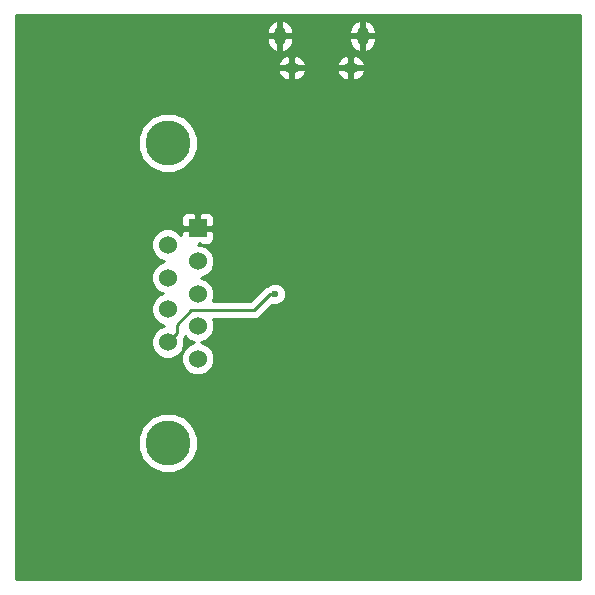
<source format=gbl>
G04 #@! TF.FileFunction,Copper,L2,Bot,Signal*
%FSLAX46Y46*%
G04 Gerber Fmt 4.6, Leading zero omitted, Abs format (unit mm)*
G04 Created by KiCad (PCBNEW 4.0.2-stable) date Wed 04 May 2016 04:46:57 PM EDT*
%MOMM*%
G01*
G04 APERTURE LIST*
%ADD10C,0.100000*%
%ADD11C,3.810000*%
%ADD12R,1.524000X1.524000*%
%ADD13C,1.524000*%
%ADD14O,1.250000X0.950000*%
%ADD15O,1.000000X1.550000*%
%ADD16C,0.600000*%
%ADD17C,0.250000*%
%ADD18C,0.254000*%
G04 APERTURE END LIST*
D10*
D11*
X144000000Y-81903000D03*
X144000000Y-107303000D03*
D12*
X146540000Y-89142000D03*
D13*
X146540000Y-91936000D03*
X146540000Y-94730000D03*
X146540000Y-97397000D03*
X146540000Y-100191000D03*
X144000000Y-98794000D03*
X144000000Y-96000000D03*
X144000000Y-93333000D03*
X144000000Y-90539000D03*
D14*
X159500900Y-75562540D03*
X154500900Y-75562540D03*
D15*
X160500900Y-72862540D03*
X153500900Y-72862540D03*
D16*
X162400000Y-96700000D03*
X151000000Y-92200000D03*
X167000000Y-100100000D03*
X166775000Y-92725000D03*
X166800000Y-94900000D03*
X154725000Y-94675000D03*
X154700000Y-78200000D03*
X164200000Y-78000000D03*
X153100000Y-94700000D03*
D17*
X146000000Y-96100000D02*
X144761999Y-97338001D01*
X144761999Y-97338001D02*
X144761999Y-98032001D01*
X144761999Y-98032001D02*
X144000000Y-98794000D01*
X151275736Y-96100000D02*
X146000000Y-96100000D01*
X153100000Y-94700000D02*
X152675736Y-94700000D01*
X152675736Y-94700000D02*
X151275736Y-96100000D01*
D18*
G36*
X178873000Y-118873000D02*
X131127000Y-118873000D01*
X131127000Y-107806021D01*
X141459560Y-107806021D01*
X141845437Y-108739915D01*
X142559327Y-109455052D01*
X143492546Y-109842559D01*
X144503021Y-109843440D01*
X145436915Y-109457563D01*
X146152052Y-108743673D01*
X146539559Y-107810454D01*
X146540440Y-106799979D01*
X146154563Y-105866085D01*
X145440673Y-105150948D01*
X144507454Y-104763441D01*
X143496979Y-104762560D01*
X142563085Y-105148437D01*
X141847948Y-105862327D01*
X141460441Y-106795546D01*
X141459560Y-107806021D01*
X131127000Y-107806021D01*
X131127000Y-90815661D01*
X142602758Y-90815661D01*
X142814990Y-91329303D01*
X143207630Y-91722629D01*
X143720900Y-91935757D01*
X143723336Y-91935759D01*
X143209697Y-92147990D01*
X142816371Y-92540630D01*
X142603243Y-93053900D01*
X142602758Y-93609661D01*
X142814990Y-94123303D01*
X143207630Y-94516629D01*
X143568815Y-94666606D01*
X143209697Y-94814990D01*
X142816371Y-95207630D01*
X142603243Y-95720900D01*
X142602758Y-96276661D01*
X142814990Y-96790303D01*
X143207630Y-97183629D01*
X143720900Y-97396757D01*
X143723336Y-97396759D01*
X143209697Y-97608990D01*
X142816371Y-98001630D01*
X142603243Y-98514900D01*
X142602758Y-99070661D01*
X142814990Y-99584303D01*
X143207630Y-99977629D01*
X143720900Y-100190757D01*
X144276661Y-100191242D01*
X144790303Y-99979010D01*
X145183629Y-99586370D01*
X145396757Y-99073100D01*
X145397242Y-98517339D01*
X145373149Y-98459029D01*
X145464147Y-98322841D01*
X145468491Y-98301002D01*
X145747630Y-98580629D01*
X146260900Y-98793757D01*
X146263336Y-98793759D01*
X145749697Y-99005990D01*
X145356371Y-99398630D01*
X145143243Y-99911900D01*
X145142758Y-100467661D01*
X145354990Y-100981303D01*
X145747630Y-101374629D01*
X146260900Y-101587757D01*
X146816661Y-101588242D01*
X147330303Y-101376010D01*
X147723629Y-100983370D01*
X147936757Y-100470100D01*
X147937242Y-99914339D01*
X147725010Y-99400697D01*
X147332370Y-99007371D01*
X146819100Y-98794243D01*
X146816664Y-98794241D01*
X147330303Y-98582010D01*
X147723629Y-98189370D01*
X147936757Y-97676100D01*
X147937242Y-97120339D01*
X147829672Y-96860000D01*
X151275736Y-96860000D01*
X151566575Y-96802148D01*
X151813137Y-96637401D01*
X152844307Y-95606231D01*
X152913201Y-95634838D01*
X153285167Y-95635162D01*
X153628943Y-95493117D01*
X153892192Y-95230327D01*
X154034838Y-94886799D01*
X154035162Y-94514833D01*
X153893117Y-94171057D01*
X153630327Y-93907808D01*
X153286799Y-93765162D01*
X152914833Y-93764838D01*
X152571057Y-93906883D01*
X152503578Y-93974245D01*
X152384897Y-93997852D01*
X152138335Y-94162599D01*
X150960934Y-95340000D01*
X147799356Y-95340000D01*
X147936757Y-95009100D01*
X147937242Y-94453339D01*
X147725010Y-93939697D01*
X147332370Y-93546371D01*
X146819100Y-93333243D01*
X146816664Y-93333241D01*
X147330303Y-93121010D01*
X147723629Y-92728370D01*
X147936757Y-92215100D01*
X147937242Y-91659339D01*
X147725010Y-91145697D01*
X147332370Y-90752371D01*
X146819100Y-90539243D01*
X146540647Y-90539000D01*
X146667002Y-90539000D01*
X146667002Y-90380252D01*
X146825750Y-90539000D01*
X147428310Y-90539000D01*
X147661699Y-90442327D01*
X147840327Y-90263698D01*
X147937000Y-90030309D01*
X147937000Y-89427750D01*
X147778250Y-89269000D01*
X146667000Y-89269000D01*
X146667000Y-89289000D01*
X146413000Y-89289000D01*
X146413000Y-89269000D01*
X145301750Y-89269000D01*
X145143000Y-89427750D01*
X145143000Y-89706614D01*
X144792370Y-89355371D01*
X144279100Y-89142243D01*
X143723339Y-89141758D01*
X143209697Y-89353990D01*
X142816371Y-89746630D01*
X142603243Y-90259900D01*
X142602758Y-90815661D01*
X131127000Y-90815661D01*
X131127000Y-88253691D01*
X145143000Y-88253691D01*
X145143000Y-88856250D01*
X145301750Y-89015000D01*
X146413000Y-89015000D01*
X146413000Y-87903750D01*
X146667000Y-87903750D01*
X146667000Y-89015000D01*
X147778250Y-89015000D01*
X147937000Y-88856250D01*
X147937000Y-88253691D01*
X147840327Y-88020302D01*
X147661699Y-87841673D01*
X147428310Y-87745000D01*
X146825750Y-87745000D01*
X146667000Y-87903750D01*
X146413000Y-87903750D01*
X146254250Y-87745000D01*
X145651690Y-87745000D01*
X145418301Y-87841673D01*
X145239673Y-88020302D01*
X145143000Y-88253691D01*
X131127000Y-88253691D01*
X131127000Y-82406021D01*
X141459560Y-82406021D01*
X141845437Y-83339915D01*
X142559327Y-84055052D01*
X143492546Y-84442559D01*
X144503021Y-84443440D01*
X145436915Y-84057563D01*
X146152052Y-83343673D01*
X146539559Y-82410454D01*
X146540440Y-81399979D01*
X146154563Y-80466085D01*
X145440673Y-79750948D01*
X144507454Y-79363441D01*
X143496979Y-79362560D01*
X142563085Y-79748437D01*
X141847948Y-80462327D01*
X141460441Y-81395546D01*
X141459560Y-82406021D01*
X131127000Y-82406021D01*
X131127000Y-75860478D01*
X153281632Y-75860478D01*
X153465348Y-76234361D01*
X153789851Y-76522108D01*
X154199769Y-76663769D01*
X154373900Y-76515103D01*
X154373900Y-75689540D01*
X154627900Y-75689540D01*
X154627900Y-76515103D01*
X154802031Y-76663769D01*
X155211949Y-76522108D01*
X155536452Y-76234361D01*
X155720168Y-75860478D01*
X158281632Y-75860478D01*
X158465348Y-76234361D01*
X158789851Y-76522108D01*
X159199769Y-76663769D01*
X159373900Y-76515103D01*
X159373900Y-75689540D01*
X159627900Y-75689540D01*
X159627900Y-76515103D01*
X159802031Y-76663769D01*
X160211949Y-76522108D01*
X160536452Y-76234361D01*
X160720168Y-75860478D01*
X160593634Y-75689540D01*
X159627900Y-75689540D01*
X159373900Y-75689540D01*
X158408166Y-75689540D01*
X158281632Y-75860478D01*
X155720168Y-75860478D01*
X155593634Y-75689540D01*
X154627900Y-75689540D01*
X154373900Y-75689540D01*
X153408166Y-75689540D01*
X153281632Y-75860478D01*
X131127000Y-75860478D01*
X131127000Y-75264602D01*
X153281632Y-75264602D01*
X153408166Y-75435540D01*
X154373900Y-75435540D01*
X154373900Y-74609977D01*
X154627900Y-74609977D01*
X154627900Y-75435540D01*
X155593634Y-75435540D01*
X155720168Y-75264602D01*
X158281632Y-75264602D01*
X158408166Y-75435540D01*
X159373900Y-75435540D01*
X159373900Y-74609977D01*
X159627900Y-74609977D01*
X159627900Y-75435540D01*
X160593634Y-75435540D01*
X160720168Y-75264602D01*
X160536452Y-74890719D01*
X160211949Y-74602972D01*
X159802031Y-74461311D01*
X159627900Y-74609977D01*
X159373900Y-74609977D01*
X159199769Y-74461311D01*
X158789851Y-74602972D01*
X158465348Y-74890719D01*
X158281632Y-75264602D01*
X155720168Y-75264602D01*
X155536452Y-74890719D01*
X155211949Y-74602972D01*
X154802031Y-74461311D01*
X154627900Y-74609977D01*
X154373900Y-74609977D01*
X154199769Y-74461311D01*
X153789851Y-74602972D01*
X153465348Y-74890719D01*
X153281632Y-75264602D01*
X131127000Y-75264602D01*
X131127000Y-72989540D01*
X152365900Y-72989540D01*
X152365900Y-73264540D01*
X152500898Y-73689218D01*
X152788137Y-74029908D01*
X153199026Y-74231659D01*
X153373900Y-74105494D01*
X153373900Y-72989540D01*
X153627900Y-72989540D01*
X153627900Y-74105494D01*
X153802774Y-74231659D01*
X154213663Y-74029908D01*
X154500902Y-73689218D01*
X154635900Y-73264540D01*
X154635900Y-72989540D01*
X159365900Y-72989540D01*
X159365900Y-73264540D01*
X159500898Y-73689218D01*
X159788137Y-74029908D01*
X160199026Y-74231659D01*
X160373900Y-74105494D01*
X160373900Y-72989540D01*
X160627900Y-72989540D01*
X160627900Y-74105494D01*
X160802774Y-74231659D01*
X161213663Y-74029908D01*
X161500902Y-73689218D01*
X161635900Y-73264540D01*
X161635900Y-72989540D01*
X160627900Y-72989540D01*
X160373900Y-72989540D01*
X159365900Y-72989540D01*
X154635900Y-72989540D01*
X153627900Y-72989540D01*
X153373900Y-72989540D01*
X152365900Y-72989540D01*
X131127000Y-72989540D01*
X131127000Y-72460540D01*
X152365900Y-72460540D01*
X152365900Y-72735540D01*
X153373900Y-72735540D01*
X153373900Y-71619586D01*
X153627900Y-71619586D01*
X153627900Y-72735540D01*
X154635900Y-72735540D01*
X154635900Y-72460540D01*
X159365900Y-72460540D01*
X159365900Y-72735540D01*
X160373900Y-72735540D01*
X160373900Y-71619586D01*
X160627900Y-71619586D01*
X160627900Y-72735540D01*
X161635900Y-72735540D01*
X161635900Y-72460540D01*
X161500902Y-72035862D01*
X161213663Y-71695172D01*
X160802774Y-71493421D01*
X160627900Y-71619586D01*
X160373900Y-71619586D01*
X160199026Y-71493421D01*
X159788137Y-71695172D01*
X159500898Y-72035862D01*
X159365900Y-72460540D01*
X154635900Y-72460540D01*
X154500902Y-72035862D01*
X154213663Y-71695172D01*
X153802774Y-71493421D01*
X153627900Y-71619586D01*
X153373900Y-71619586D01*
X153199026Y-71493421D01*
X152788137Y-71695172D01*
X152500898Y-72035862D01*
X152365900Y-72460540D01*
X131127000Y-72460540D01*
X131127000Y-71127000D01*
X178873000Y-71127000D01*
X178873000Y-118873000D01*
X178873000Y-118873000D01*
G37*
X178873000Y-118873000D02*
X131127000Y-118873000D01*
X131127000Y-107806021D01*
X141459560Y-107806021D01*
X141845437Y-108739915D01*
X142559327Y-109455052D01*
X143492546Y-109842559D01*
X144503021Y-109843440D01*
X145436915Y-109457563D01*
X146152052Y-108743673D01*
X146539559Y-107810454D01*
X146540440Y-106799979D01*
X146154563Y-105866085D01*
X145440673Y-105150948D01*
X144507454Y-104763441D01*
X143496979Y-104762560D01*
X142563085Y-105148437D01*
X141847948Y-105862327D01*
X141460441Y-106795546D01*
X141459560Y-107806021D01*
X131127000Y-107806021D01*
X131127000Y-90815661D01*
X142602758Y-90815661D01*
X142814990Y-91329303D01*
X143207630Y-91722629D01*
X143720900Y-91935757D01*
X143723336Y-91935759D01*
X143209697Y-92147990D01*
X142816371Y-92540630D01*
X142603243Y-93053900D01*
X142602758Y-93609661D01*
X142814990Y-94123303D01*
X143207630Y-94516629D01*
X143568815Y-94666606D01*
X143209697Y-94814990D01*
X142816371Y-95207630D01*
X142603243Y-95720900D01*
X142602758Y-96276661D01*
X142814990Y-96790303D01*
X143207630Y-97183629D01*
X143720900Y-97396757D01*
X143723336Y-97396759D01*
X143209697Y-97608990D01*
X142816371Y-98001630D01*
X142603243Y-98514900D01*
X142602758Y-99070661D01*
X142814990Y-99584303D01*
X143207630Y-99977629D01*
X143720900Y-100190757D01*
X144276661Y-100191242D01*
X144790303Y-99979010D01*
X145183629Y-99586370D01*
X145396757Y-99073100D01*
X145397242Y-98517339D01*
X145373149Y-98459029D01*
X145464147Y-98322841D01*
X145468491Y-98301002D01*
X145747630Y-98580629D01*
X146260900Y-98793757D01*
X146263336Y-98793759D01*
X145749697Y-99005990D01*
X145356371Y-99398630D01*
X145143243Y-99911900D01*
X145142758Y-100467661D01*
X145354990Y-100981303D01*
X145747630Y-101374629D01*
X146260900Y-101587757D01*
X146816661Y-101588242D01*
X147330303Y-101376010D01*
X147723629Y-100983370D01*
X147936757Y-100470100D01*
X147937242Y-99914339D01*
X147725010Y-99400697D01*
X147332370Y-99007371D01*
X146819100Y-98794243D01*
X146816664Y-98794241D01*
X147330303Y-98582010D01*
X147723629Y-98189370D01*
X147936757Y-97676100D01*
X147937242Y-97120339D01*
X147829672Y-96860000D01*
X151275736Y-96860000D01*
X151566575Y-96802148D01*
X151813137Y-96637401D01*
X152844307Y-95606231D01*
X152913201Y-95634838D01*
X153285167Y-95635162D01*
X153628943Y-95493117D01*
X153892192Y-95230327D01*
X154034838Y-94886799D01*
X154035162Y-94514833D01*
X153893117Y-94171057D01*
X153630327Y-93907808D01*
X153286799Y-93765162D01*
X152914833Y-93764838D01*
X152571057Y-93906883D01*
X152503578Y-93974245D01*
X152384897Y-93997852D01*
X152138335Y-94162599D01*
X150960934Y-95340000D01*
X147799356Y-95340000D01*
X147936757Y-95009100D01*
X147937242Y-94453339D01*
X147725010Y-93939697D01*
X147332370Y-93546371D01*
X146819100Y-93333243D01*
X146816664Y-93333241D01*
X147330303Y-93121010D01*
X147723629Y-92728370D01*
X147936757Y-92215100D01*
X147937242Y-91659339D01*
X147725010Y-91145697D01*
X147332370Y-90752371D01*
X146819100Y-90539243D01*
X146540647Y-90539000D01*
X146667002Y-90539000D01*
X146667002Y-90380252D01*
X146825750Y-90539000D01*
X147428310Y-90539000D01*
X147661699Y-90442327D01*
X147840327Y-90263698D01*
X147937000Y-90030309D01*
X147937000Y-89427750D01*
X147778250Y-89269000D01*
X146667000Y-89269000D01*
X146667000Y-89289000D01*
X146413000Y-89289000D01*
X146413000Y-89269000D01*
X145301750Y-89269000D01*
X145143000Y-89427750D01*
X145143000Y-89706614D01*
X144792370Y-89355371D01*
X144279100Y-89142243D01*
X143723339Y-89141758D01*
X143209697Y-89353990D01*
X142816371Y-89746630D01*
X142603243Y-90259900D01*
X142602758Y-90815661D01*
X131127000Y-90815661D01*
X131127000Y-88253691D01*
X145143000Y-88253691D01*
X145143000Y-88856250D01*
X145301750Y-89015000D01*
X146413000Y-89015000D01*
X146413000Y-87903750D01*
X146667000Y-87903750D01*
X146667000Y-89015000D01*
X147778250Y-89015000D01*
X147937000Y-88856250D01*
X147937000Y-88253691D01*
X147840327Y-88020302D01*
X147661699Y-87841673D01*
X147428310Y-87745000D01*
X146825750Y-87745000D01*
X146667000Y-87903750D01*
X146413000Y-87903750D01*
X146254250Y-87745000D01*
X145651690Y-87745000D01*
X145418301Y-87841673D01*
X145239673Y-88020302D01*
X145143000Y-88253691D01*
X131127000Y-88253691D01*
X131127000Y-82406021D01*
X141459560Y-82406021D01*
X141845437Y-83339915D01*
X142559327Y-84055052D01*
X143492546Y-84442559D01*
X144503021Y-84443440D01*
X145436915Y-84057563D01*
X146152052Y-83343673D01*
X146539559Y-82410454D01*
X146540440Y-81399979D01*
X146154563Y-80466085D01*
X145440673Y-79750948D01*
X144507454Y-79363441D01*
X143496979Y-79362560D01*
X142563085Y-79748437D01*
X141847948Y-80462327D01*
X141460441Y-81395546D01*
X141459560Y-82406021D01*
X131127000Y-82406021D01*
X131127000Y-75860478D01*
X153281632Y-75860478D01*
X153465348Y-76234361D01*
X153789851Y-76522108D01*
X154199769Y-76663769D01*
X154373900Y-76515103D01*
X154373900Y-75689540D01*
X154627900Y-75689540D01*
X154627900Y-76515103D01*
X154802031Y-76663769D01*
X155211949Y-76522108D01*
X155536452Y-76234361D01*
X155720168Y-75860478D01*
X158281632Y-75860478D01*
X158465348Y-76234361D01*
X158789851Y-76522108D01*
X159199769Y-76663769D01*
X159373900Y-76515103D01*
X159373900Y-75689540D01*
X159627900Y-75689540D01*
X159627900Y-76515103D01*
X159802031Y-76663769D01*
X160211949Y-76522108D01*
X160536452Y-76234361D01*
X160720168Y-75860478D01*
X160593634Y-75689540D01*
X159627900Y-75689540D01*
X159373900Y-75689540D01*
X158408166Y-75689540D01*
X158281632Y-75860478D01*
X155720168Y-75860478D01*
X155593634Y-75689540D01*
X154627900Y-75689540D01*
X154373900Y-75689540D01*
X153408166Y-75689540D01*
X153281632Y-75860478D01*
X131127000Y-75860478D01*
X131127000Y-75264602D01*
X153281632Y-75264602D01*
X153408166Y-75435540D01*
X154373900Y-75435540D01*
X154373900Y-74609977D01*
X154627900Y-74609977D01*
X154627900Y-75435540D01*
X155593634Y-75435540D01*
X155720168Y-75264602D01*
X158281632Y-75264602D01*
X158408166Y-75435540D01*
X159373900Y-75435540D01*
X159373900Y-74609977D01*
X159627900Y-74609977D01*
X159627900Y-75435540D01*
X160593634Y-75435540D01*
X160720168Y-75264602D01*
X160536452Y-74890719D01*
X160211949Y-74602972D01*
X159802031Y-74461311D01*
X159627900Y-74609977D01*
X159373900Y-74609977D01*
X159199769Y-74461311D01*
X158789851Y-74602972D01*
X158465348Y-74890719D01*
X158281632Y-75264602D01*
X155720168Y-75264602D01*
X155536452Y-74890719D01*
X155211949Y-74602972D01*
X154802031Y-74461311D01*
X154627900Y-74609977D01*
X154373900Y-74609977D01*
X154199769Y-74461311D01*
X153789851Y-74602972D01*
X153465348Y-74890719D01*
X153281632Y-75264602D01*
X131127000Y-75264602D01*
X131127000Y-72989540D01*
X152365900Y-72989540D01*
X152365900Y-73264540D01*
X152500898Y-73689218D01*
X152788137Y-74029908D01*
X153199026Y-74231659D01*
X153373900Y-74105494D01*
X153373900Y-72989540D01*
X153627900Y-72989540D01*
X153627900Y-74105494D01*
X153802774Y-74231659D01*
X154213663Y-74029908D01*
X154500902Y-73689218D01*
X154635900Y-73264540D01*
X154635900Y-72989540D01*
X159365900Y-72989540D01*
X159365900Y-73264540D01*
X159500898Y-73689218D01*
X159788137Y-74029908D01*
X160199026Y-74231659D01*
X160373900Y-74105494D01*
X160373900Y-72989540D01*
X160627900Y-72989540D01*
X160627900Y-74105494D01*
X160802774Y-74231659D01*
X161213663Y-74029908D01*
X161500902Y-73689218D01*
X161635900Y-73264540D01*
X161635900Y-72989540D01*
X160627900Y-72989540D01*
X160373900Y-72989540D01*
X159365900Y-72989540D01*
X154635900Y-72989540D01*
X153627900Y-72989540D01*
X153373900Y-72989540D01*
X152365900Y-72989540D01*
X131127000Y-72989540D01*
X131127000Y-72460540D01*
X152365900Y-72460540D01*
X152365900Y-72735540D01*
X153373900Y-72735540D01*
X153373900Y-71619586D01*
X153627900Y-71619586D01*
X153627900Y-72735540D01*
X154635900Y-72735540D01*
X154635900Y-72460540D01*
X159365900Y-72460540D01*
X159365900Y-72735540D01*
X160373900Y-72735540D01*
X160373900Y-71619586D01*
X160627900Y-71619586D01*
X160627900Y-72735540D01*
X161635900Y-72735540D01*
X161635900Y-72460540D01*
X161500902Y-72035862D01*
X161213663Y-71695172D01*
X160802774Y-71493421D01*
X160627900Y-71619586D01*
X160373900Y-71619586D01*
X160199026Y-71493421D01*
X159788137Y-71695172D01*
X159500898Y-72035862D01*
X159365900Y-72460540D01*
X154635900Y-72460540D01*
X154500902Y-72035862D01*
X154213663Y-71695172D01*
X153802774Y-71493421D01*
X153627900Y-71619586D01*
X153373900Y-71619586D01*
X153199026Y-71493421D01*
X152788137Y-71695172D01*
X152500898Y-72035862D01*
X152365900Y-72460540D01*
X131127000Y-72460540D01*
X131127000Y-71127000D01*
X178873000Y-71127000D01*
X178873000Y-118873000D01*
M02*

</source>
